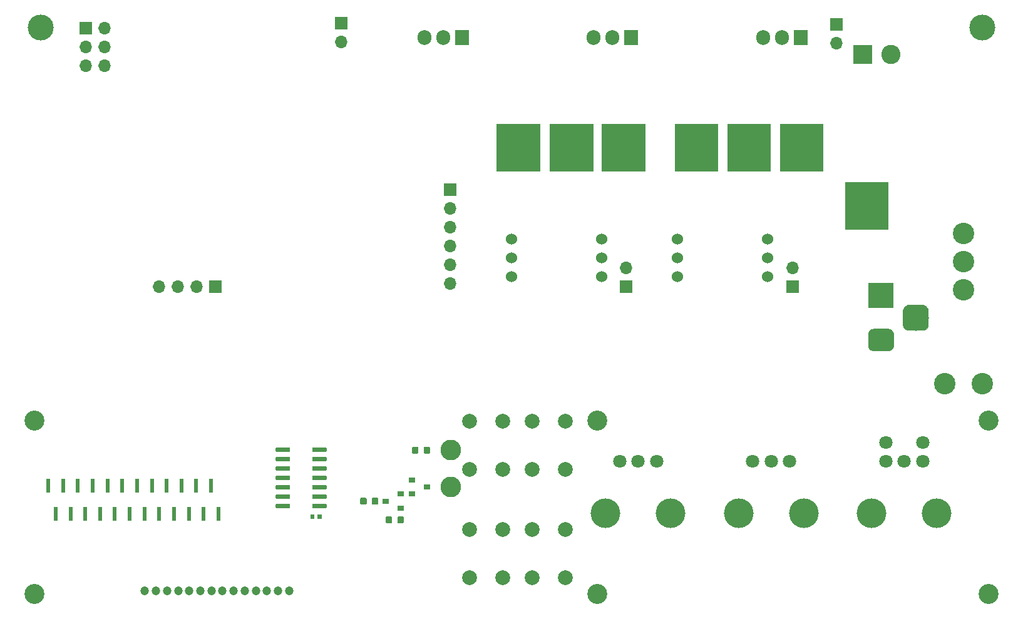
<source format=gbs>
G04 #@! TF.GenerationSoftware,KiCad,Pcbnew,(5.1.2)-1*
G04 #@! TF.CreationDate,2019-05-25T00:00:56-05:00*
G04 #@! TF.ProjectId,mk312,6d6b3331-322e-46b6-9963-61645f706362,rev?*
G04 #@! TF.SameCoordinates,Original*
G04 #@! TF.FileFunction,Soldermask,Bot*
G04 #@! TF.FilePolarity,Negative*
%FSLAX46Y46*%
G04 Gerber Fmt 4.6, Leading zero omitted, Abs format (unit mm)*
G04 Created by KiCad (PCBNEW (5.1.2)-1) date 2019-05-25 00:00:56*
%MOMM*%
%LPD*%
G04 APERTURE LIST*
%ADD10C,0.050000*%
%ADD11C,1.524000*%
%ADD12C,3.500000*%
%ADD13C,2.700000*%
%ADD14C,1.800000*%
%ADD15C,4.000000*%
%ADD16C,2.800000*%
%ADD17C,1.200000*%
%ADD18C,2.000000*%
%ADD19C,0.100000*%
%ADD20C,3.000000*%
%ADD21R,3.500000X3.500000*%
%ADD22O,1.905000X2.000000*%
%ADD23R,1.905000X2.000000*%
%ADD24C,2.900000*%
%ADD25R,0.600000X1.850000*%
%ADD26C,0.590000*%
%ADD27O,1.700000X1.700000*%
%ADD28R,1.700000X1.700000*%
%ADD29C,2.600000*%
%ADD30R,2.600000X2.600000*%
%ADD31C,0.600000*%
%ADD32R,0.900000X0.800000*%
%ADD33C,0.875000*%
G04 APERTURE END LIST*
D10*
G36*
X194032000Y-53612000D02*
G01*
X188232000Y-53612000D01*
X188232000Y-47212000D01*
X194032000Y-47212000D01*
X194032000Y-53612000D01*
G37*
X194032000Y-53612000D02*
X188232000Y-53612000D01*
X188232000Y-47212000D01*
X194032000Y-47212000D01*
X194032000Y-53612000D01*
G36*
X185214000Y-45750000D02*
G01*
X179414000Y-45750000D01*
X179414000Y-39350000D01*
X185214000Y-39350000D01*
X185214000Y-45750000D01*
G37*
X185214000Y-45750000D02*
X179414000Y-45750000D01*
X179414000Y-39350000D01*
X185214000Y-39350000D01*
X185214000Y-45750000D01*
G36*
X178100000Y-45750000D02*
G01*
X172300000Y-45750000D01*
X172300000Y-39350000D01*
X178100000Y-39350000D01*
X178100000Y-45750000D01*
G37*
X178100000Y-45750000D02*
X172300000Y-45750000D01*
X172300000Y-39350000D01*
X178100000Y-39350000D01*
X178100000Y-45750000D01*
G36*
X170990000Y-45750000D02*
G01*
X165190000Y-45750000D01*
X165190000Y-39350000D01*
X170990000Y-39350000D01*
X170990000Y-45750000D01*
G37*
X170990000Y-45750000D02*
X165190000Y-45750000D01*
X165190000Y-39350000D01*
X170990000Y-39350000D01*
X170990000Y-45750000D01*
G36*
X161148000Y-45750000D02*
G01*
X155348000Y-45750000D01*
X155348000Y-39350000D01*
X161148000Y-39350000D01*
X161148000Y-45750000D01*
G37*
X161148000Y-45750000D02*
X155348000Y-45750000D01*
X155348000Y-39350000D01*
X161148000Y-39350000D01*
X161148000Y-45750000D01*
G36*
X154100000Y-45750000D02*
G01*
X148300000Y-45750000D01*
X148300000Y-39350000D01*
X154100000Y-39350000D01*
X154100000Y-45750000D01*
G37*
X154100000Y-45750000D02*
X148300000Y-45750000D01*
X148300000Y-39350000D01*
X154100000Y-39350000D01*
X154100000Y-45750000D01*
G36*
X146924000Y-45750000D02*
G01*
X141124000Y-45750000D01*
X141124000Y-39350000D01*
X146924000Y-39350000D01*
X146924000Y-45750000D01*
G37*
X146924000Y-45750000D02*
X141124000Y-45750000D01*
X141124000Y-39350000D01*
X146924000Y-39350000D01*
X146924000Y-45750000D01*
D11*
X143104000Y-60040000D03*
X143104000Y-57500000D03*
X143104000Y-54960000D03*
X155296000Y-54960000D03*
X155296000Y-57500000D03*
X155296000Y-60040000D03*
D12*
X206770000Y-26330000D03*
X79430000Y-26330000D03*
D13*
X207650000Y-79500000D03*
X207650000Y-103000000D03*
X154750000Y-103000000D03*
X78600000Y-103000000D03*
X154750000Y-79500000D03*
X78600000Y-79500000D03*
D14*
X193750000Y-82500000D03*
X198750000Y-82500000D03*
X198750000Y-85000000D03*
X196250000Y-85000000D03*
X193750000Y-85000000D03*
D15*
X200650000Y-92000000D03*
X191850000Y-92000000D03*
X173850000Y-92000000D03*
X182650000Y-92000000D03*
D14*
X175750000Y-85000000D03*
X178250000Y-85000000D03*
X180750000Y-85000000D03*
D15*
X155850000Y-92000000D03*
X164650000Y-92000000D03*
D14*
X157750000Y-85000000D03*
X160250000Y-85000000D03*
X162750000Y-85000000D03*
D16*
X134950000Y-88500000D03*
X134950000Y-83500000D03*
D17*
X93550000Y-102550000D03*
X95050000Y-102550000D03*
X96550000Y-102550000D03*
X98050000Y-102550000D03*
X99550000Y-102550000D03*
X101050000Y-102550000D03*
X102550000Y-102550000D03*
X104050000Y-102550000D03*
X105550000Y-102550000D03*
X107050000Y-102550000D03*
X108550000Y-102550000D03*
X110050000Y-102550000D03*
X111550000Y-102550000D03*
X113050000Y-102550000D03*
D18*
X137450000Y-79600000D03*
X137450000Y-86100000D03*
X141950000Y-79600000D03*
X141950000Y-86100000D03*
X150450000Y-86100000D03*
X150450000Y-79600000D03*
X145950000Y-86100000D03*
X145950000Y-79600000D03*
X137450000Y-94250000D03*
X137450000Y-100750000D03*
X141950000Y-94250000D03*
X141950000Y-100750000D03*
X150450000Y-100750000D03*
X150450000Y-94250000D03*
X145950000Y-100750000D03*
X145950000Y-94250000D03*
D19*
G36*
X198760765Y-63850213D02*
G01*
X198845704Y-63862813D01*
X198928999Y-63883677D01*
X199009848Y-63912605D01*
X199087472Y-63949319D01*
X199161124Y-63993464D01*
X199230094Y-64044616D01*
X199293718Y-64102282D01*
X199351384Y-64165906D01*
X199402536Y-64234876D01*
X199446681Y-64308528D01*
X199483395Y-64386152D01*
X199512323Y-64467001D01*
X199533187Y-64550296D01*
X199545787Y-64635235D01*
X199550000Y-64721000D01*
X199550000Y-66471000D01*
X199545787Y-66556765D01*
X199533187Y-66641704D01*
X199512323Y-66724999D01*
X199483395Y-66805848D01*
X199446681Y-66883472D01*
X199402536Y-66957124D01*
X199351384Y-67026094D01*
X199293718Y-67089718D01*
X199230094Y-67147384D01*
X199161124Y-67198536D01*
X199087472Y-67242681D01*
X199009848Y-67279395D01*
X198928999Y-67308323D01*
X198845704Y-67329187D01*
X198760765Y-67341787D01*
X198675000Y-67346000D01*
X196925000Y-67346000D01*
X196839235Y-67341787D01*
X196754296Y-67329187D01*
X196671001Y-67308323D01*
X196590152Y-67279395D01*
X196512528Y-67242681D01*
X196438876Y-67198536D01*
X196369906Y-67147384D01*
X196306282Y-67089718D01*
X196248616Y-67026094D01*
X196197464Y-66957124D01*
X196153319Y-66883472D01*
X196116605Y-66805848D01*
X196087677Y-66724999D01*
X196066813Y-66641704D01*
X196054213Y-66556765D01*
X196050000Y-66471000D01*
X196050000Y-64721000D01*
X196054213Y-64635235D01*
X196066813Y-64550296D01*
X196087677Y-64467001D01*
X196116605Y-64386152D01*
X196153319Y-64308528D01*
X196197464Y-64234876D01*
X196248616Y-64165906D01*
X196306282Y-64102282D01*
X196369906Y-64044616D01*
X196438876Y-63993464D01*
X196512528Y-63949319D01*
X196590152Y-63912605D01*
X196671001Y-63883677D01*
X196754296Y-63862813D01*
X196839235Y-63850213D01*
X196925000Y-63846000D01*
X198675000Y-63846000D01*
X198760765Y-63850213D01*
X198760765Y-63850213D01*
G37*
D12*
X197800000Y-65596000D03*
D19*
G36*
X194173513Y-67099611D02*
G01*
X194246318Y-67110411D01*
X194317714Y-67128295D01*
X194387013Y-67153090D01*
X194453548Y-67184559D01*
X194516678Y-67222398D01*
X194575795Y-67266242D01*
X194630330Y-67315670D01*
X194679758Y-67370205D01*
X194723602Y-67429322D01*
X194761441Y-67492452D01*
X194792910Y-67558987D01*
X194817705Y-67628286D01*
X194835589Y-67699682D01*
X194846389Y-67772487D01*
X194850000Y-67846000D01*
X194850000Y-69346000D01*
X194846389Y-69419513D01*
X194835589Y-69492318D01*
X194817705Y-69563714D01*
X194792910Y-69633013D01*
X194761441Y-69699548D01*
X194723602Y-69762678D01*
X194679758Y-69821795D01*
X194630330Y-69876330D01*
X194575795Y-69925758D01*
X194516678Y-69969602D01*
X194453548Y-70007441D01*
X194387013Y-70038910D01*
X194317714Y-70063705D01*
X194246318Y-70081589D01*
X194173513Y-70092389D01*
X194100000Y-70096000D01*
X192100000Y-70096000D01*
X192026487Y-70092389D01*
X191953682Y-70081589D01*
X191882286Y-70063705D01*
X191812987Y-70038910D01*
X191746452Y-70007441D01*
X191683322Y-69969602D01*
X191624205Y-69925758D01*
X191569670Y-69876330D01*
X191520242Y-69821795D01*
X191476398Y-69762678D01*
X191438559Y-69699548D01*
X191407090Y-69633013D01*
X191382295Y-69563714D01*
X191364411Y-69492318D01*
X191353611Y-69419513D01*
X191350000Y-69346000D01*
X191350000Y-67846000D01*
X191353611Y-67772487D01*
X191364411Y-67699682D01*
X191382295Y-67628286D01*
X191407090Y-67558987D01*
X191438559Y-67492452D01*
X191476398Y-67429322D01*
X191520242Y-67370205D01*
X191569670Y-67315670D01*
X191624205Y-67266242D01*
X191683322Y-67222398D01*
X191746452Y-67184559D01*
X191812987Y-67153090D01*
X191882286Y-67128295D01*
X191953682Y-67110411D01*
X192026487Y-67099611D01*
X192100000Y-67096000D01*
X194100000Y-67096000D01*
X194173513Y-67099611D01*
X194173513Y-67099611D01*
G37*
D20*
X193100000Y-68596000D03*
D21*
X193100000Y-62596000D03*
D22*
X177136200Y-27671000D03*
X179676200Y-27671000D03*
D23*
X182216200Y-27671000D03*
D22*
X154200000Y-27671000D03*
X156740000Y-27671000D03*
D23*
X159280000Y-27671000D03*
D22*
X131340000Y-27671000D03*
X133880000Y-27671000D03*
D23*
X136420000Y-27671000D03*
D24*
X206790000Y-74534000D03*
X201710000Y-74534000D03*
X204250000Y-54214000D03*
X204250000Y-58024000D03*
X204250000Y-61834000D03*
D25*
X80490000Y-88300000D03*
X81490000Y-92150000D03*
X82490000Y-88300000D03*
X83490000Y-92150000D03*
X84490000Y-88300000D03*
X85490000Y-92150000D03*
X86490000Y-88300000D03*
X87490000Y-92150000D03*
X88490000Y-88300000D03*
X89490000Y-92150000D03*
X90490000Y-88300000D03*
X91490000Y-92150000D03*
X92490000Y-88300000D03*
X93490000Y-92150000D03*
X94490000Y-88300000D03*
X95490000Y-92150000D03*
X96490000Y-88300000D03*
X97490000Y-92150000D03*
X98490000Y-88300000D03*
X99490000Y-92150000D03*
X100490000Y-88300000D03*
X101490000Y-92150000D03*
X102490000Y-88300000D03*
X103490000Y-92150000D03*
D19*
G36*
X116366958Y-92180710D02*
G01*
X116381276Y-92182834D01*
X116395317Y-92186351D01*
X116408946Y-92191228D01*
X116422031Y-92197417D01*
X116434447Y-92204858D01*
X116446073Y-92213481D01*
X116456798Y-92223202D01*
X116466519Y-92233927D01*
X116475142Y-92245553D01*
X116482583Y-92257969D01*
X116488772Y-92271054D01*
X116493649Y-92284683D01*
X116497166Y-92298724D01*
X116499290Y-92313042D01*
X116500000Y-92327500D01*
X116500000Y-92672500D01*
X116499290Y-92686958D01*
X116497166Y-92701276D01*
X116493649Y-92715317D01*
X116488772Y-92728946D01*
X116482583Y-92742031D01*
X116475142Y-92754447D01*
X116466519Y-92766073D01*
X116456798Y-92776798D01*
X116446073Y-92786519D01*
X116434447Y-92795142D01*
X116422031Y-92802583D01*
X116408946Y-92808772D01*
X116395317Y-92813649D01*
X116381276Y-92817166D01*
X116366958Y-92819290D01*
X116352500Y-92820000D01*
X116057500Y-92820000D01*
X116043042Y-92819290D01*
X116028724Y-92817166D01*
X116014683Y-92813649D01*
X116001054Y-92808772D01*
X115987969Y-92802583D01*
X115975553Y-92795142D01*
X115963927Y-92786519D01*
X115953202Y-92776798D01*
X115943481Y-92766073D01*
X115934858Y-92754447D01*
X115927417Y-92742031D01*
X115921228Y-92728946D01*
X115916351Y-92715317D01*
X115912834Y-92701276D01*
X115910710Y-92686958D01*
X115910000Y-92672500D01*
X115910000Y-92327500D01*
X115910710Y-92313042D01*
X115912834Y-92298724D01*
X115916351Y-92284683D01*
X115921228Y-92271054D01*
X115927417Y-92257969D01*
X115934858Y-92245553D01*
X115943481Y-92233927D01*
X115953202Y-92223202D01*
X115963927Y-92213481D01*
X115975553Y-92204858D01*
X115987969Y-92197417D01*
X116001054Y-92191228D01*
X116014683Y-92186351D01*
X116028724Y-92182834D01*
X116043042Y-92180710D01*
X116057500Y-92180000D01*
X116352500Y-92180000D01*
X116366958Y-92180710D01*
X116366958Y-92180710D01*
G37*
D26*
X116205000Y-92500000D03*
D19*
G36*
X117336958Y-92180710D02*
G01*
X117351276Y-92182834D01*
X117365317Y-92186351D01*
X117378946Y-92191228D01*
X117392031Y-92197417D01*
X117404447Y-92204858D01*
X117416073Y-92213481D01*
X117426798Y-92223202D01*
X117436519Y-92233927D01*
X117445142Y-92245553D01*
X117452583Y-92257969D01*
X117458772Y-92271054D01*
X117463649Y-92284683D01*
X117467166Y-92298724D01*
X117469290Y-92313042D01*
X117470000Y-92327500D01*
X117470000Y-92672500D01*
X117469290Y-92686958D01*
X117467166Y-92701276D01*
X117463649Y-92715317D01*
X117458772Y-92728946D01*
X117452583Y-92742031D01*
X117445142Y-92754447D01*
X117436519Y-92766073D01*
X117426798Y-92776798D01*
X117416073Y-92786519D01*
X117404447Y-92795142D01*
X117392031Y-92802583D01*
X117378946Y-92808772D01*
X117365317Y-92813649D01*
X117351276Y-92817166D01*
X117336958Y-92819290D01*
X117322500Y-92820000D01*
X117027500Y-92820000D01*
X117013042Y-92819290D01*
X116998724Y-92817166D01*
X116984683Y-92813649D01*
X116971054Y-92808772D01*
X116957969Y-92802583D01*
X116945553Y-92795142D01*
X116933927Y-92786519D01*
X116923202Y-92776798D01*
X116913481Y-92766073D01*
X116904858Y-92754447D01*
X116897417Y-92742031D01*
X116891228Y-92728946D01*
X116886351Y-92715317D01*
X116882834Y-92701276D01*
X116880710Y-92686958D01*
X116880000Y-92672500D01*
X116880000Y-92327500D01*
X116880710Y-92313042D01*
X116882834Y-92298724D01*
X116886351Y-92284683D01*
X116891228Y-92271054D01*
X116897417Y-92257969D01*
X116904858Y-92245553D01*
X116913481Y-92233927D01*
X116923202Y-92223202D01*
X116933927Y-92213481D01*
X116945553Y-92204858D01*
X116957969Y-92197417D01*
X116971054Y-92191228D01*
X116984683Y-92186351D01*
X116998724Y-92182834D01*
X117013042Y-92180710D01*
X117027500Y-92180000D01*
X117322500Y-92180000D01*
X117336958Y-92180710D01*
X117336958Y-92180710D01*
G37*
D26*
X117175000Y-92500000D03*
D27*
X158640000Y-58810000D03*
D28*
X158640000Y-61350000D03*
D27*
X181140000Y-58810000D03*
D28*
X181140000Y-61350000D03*
D27*
X187100000Y-28420000D03*
D28*
X187100000Y-25880000D03*
D27*
X120138600Y-28306000D03*
D28*
X120138600Y-25766000D03*
D27*
X95440000Y-61420000D03*
X97980000Y-61420000D03*
X100520000Y-61420000D03*
D28*
X103060000Y-61420000D03*
D27*
X134840000Y-60970000D03*
X134840000Y-58430000D03*
X134840000Y-55890000D03*
X134840000Y-53350000D03*
X134840000Y-50810000D03*
D28*
X134840000Y-48270000D03*
D27*
X88130000Y-31530000D03*
X85590000Y-31530000D03*
X88130000Y-28990000D03*
X85590000Y-28990000D03*
X88130000Y-26450000D03*
D28*
X85590000Y-26450000D03*
D29*
X194400000Y-29940000D03*
D30*
X190590000Y-29940000D03*
D19*
G36*
X118004703Y-90760722D02*
G01*
X118019264Y-90762882D01*
X118033543Y-90766459D01*
X118047403Y-90771418D01*
X118060710Y-90777712D01*
X118073336Y-90785280D01*
X118085159Y-90794048D01*
X118096066Y-90803934D01*
X118105952Y-90814841D01*
X118114720Y-90826664D01*
X118122288Y-90839290D01*
X118128582Y-90852597D01*
X118133541Y-90866457D01*
X118137118Y-90880736D01*
X118139278Y-90895297D01*
X118140000Y-90910000D01*
X118140000Y-91210000D01*
X118139278Y-91224703D01*
X118137118Y-91239264D01*
X118133541Y-91253543D01*
X118128582Y-91267403D01*
X118122288Y-91280710D01*
X118114720Y-91293336D01*
X118105952Y-91305159D01*
X118096066Y-91316066D01*
X118085159Y-91325952D01*
X118073336Y-91334720D01*
X118060710Y-91342288D01*
X118047403Y-91348582D01*
X118033543Y-91353541D01*
X118019264Y-91357118D01*
X118004703Y-91359278D01*
X117990000Y-91360000D01*
X116340000Y-91360000D01*
X116325297Y-91359278D01*
X116310736Y-91357118D01*
X116296457Y-91353541D01*
X116282597Y-91348582D01*
X116269290Y-91342288D01*
X116256664Y-91334720D01*
X116244841Y-91325952D01*
X116233934Y-91316066D01*
X116224048Y-91305159D01*
X116215280Y-91293336D01*
X116207712Y-91280710D01*
X116201418Y-91267403D01*
X116196459Y-91253543D01*
X116192882Y-91239264D01*
X116190722Y-91224703D01*
X116190000Y-91210000D01*
X116190000Y-90910000D01*
X116190722Y-90895297D01*
X116192882Y-90880736D01*
X116196459Y-90866457D01*
X116201418Y-90852597D01*
X116207712Y-90839290D01*
X116215280Y-90826664D01*
X116224048Y-90814841D01*
X116233934Y-90803934D01*
X116244841Y-90794048D01*
X116256664Y-90785280D01*
X116269290Y-90777712D01*
X116282597Y-90771418D01*
X116296457Y-90766459D01*
X116310736Y-90762882D01*
X116325297Y-90760722D01*
X116340000Y-90760000D01*
X117990000Y-90760000D01*
X118004703Y-90760722D01*
X118004703Y-90760722D01*
G37*
D31*
X117165000Y-91060000D03*
D19*
G36*
X118004703Y-89490722D02*
G01*
X118019264Y-89492882D01*
X118033543Y-89496459D01*
X118047403Y-89501418D01*
X118060710Y-89507712D01*
X118073336Y-89515280D01*
X118085159Y-89524048D01*
X118096066Y-89533934D01*
X118105952Y-89544841D01*
X118114720Y-89556664D01*
X118122288Y-89569290D01*
X118128582Y-89582597D01*
X118133541Y-89596457D01*
X118137118Y-89610736D01*
X118139278Y-89625297D01*
X118140000Y-89640000D01*
X118140000Y-89940000D01*
X118139278Y-89954703D01*
X118137118Y-89969264D01*
X118133541Y-89983543D01*
X118128582Y-89997403D01*
X118122288Y-90010710D01*
X118114720Y-90023336D01*
X118105952Y-90035159D01*
X118096066Y-90046066D01*
X118085159Y-90055952D01*
X118073336Y-90064720D01*
X118060710Y-90072288D01*
X118047403Y-90078582D01*
X118033543Y-90083541D01*
X118019264Y-90087118D01*
X118004703Y-90089278D01*
X117990000Y-90090000D01*
X116340000Y-90090000D01*
X116325297Y-90089278D01*
X116310736Y-90087118D01*
X116296457Y-90083541D01*
X116282597Y-90078582D01*
X116269290Y-90072288D01*
X116256664Y-90064720D01*
X116244841Y-90055952D01*
X116233934Y-90046066D01*
X116224048Y-90035159D01*
X116215280Y-90023336D01*
X116207712Y-90010710D01*
X116201418Y-89997403D01*
X116196459Y-89983543D01*
X116192882Y-89969264D01*
X116190722Y-89954703D01*
X116190000Y-89940000D01*
X116190000Y-89640000D01*
X116190722Y-89625297D01*
X116192882Y-89610736D01*
X116196459Y-89596457D01*
X116201418Y-89582597D01*
X116207712Y-89569290D01*
X116215280Y-89556664D01*
X116224048Y-89544841D01*
X116233934Y-89533934D01*
X116244841Y-89524048D01*
X116256664Y-89515280D01*
X116269290Y-89507712D01*
X116282597Y-89501418D01*
X116296457Y-89496459D01*
X116310736Y-89492882D01*
X116325297Y-89490722D01*
X116340000Y-89490000D01*
X117990000Y-89490000D01*
X118004703Y-89490722D01*
X118004703Y-89490722D01*
G37*
D31*
X117165000Y-89790000D03*
D19*
G36*
X118004703Y-88220722D02*
G01*
X118019264Y-88222882D01*
X118033543Y-88226459D01*
X118047403Y-88231418D01*
X118060710Y-88237712D01*
X118073336Y-88245280D01*
X118085159Y-88254048D01*
X118096066Y-88263934D01*
X118105952Y-88274841D01*
X118114720Y-88286664D01*
X118122288Y-88299290D01*
X118128582Y-88312597D01*
X118133541Y-88326457D01*
X118137118Y-88340736D01*
X118139278Y-88355297D01*
X118140000Y-88370000D01*
X118140000Y-88670000D01*
X118139278Y-88684703D01*
X118137118Y-88699264D01*
X118133541Y-88713543D01*
X118128582Y-88727403D01*
X118122288Y-88740710D01*
X118114720Y-88753336D01*
X118105952Y-88765159D01*
X118096066Y-88776066D01*
X118085159Y-88785952D01*
X118073336Y-88794720D01*
X118060710Y-88802288D01*
X118047403Y-88808582D01*
X118033543Y-88813541D01*
X118019264Y-88817118D01*
X118004703Y-88819278D01*
X117990000Y-88820000D01*
X116340000Y-88820000D01*
X116325297Y-88819278D01*
X116310736Y-88817118D01*
X116296457Y-88813541D01*
X116282597Y-88808582D01*
X116269290Y-88802288D01*
X116256664Y-88794720D01*
X116244841Y-88785952D01*
X116233934Y-88776066D01*
X116224048Y-88765159D01*
X116215280Y-88753336D01*
X116207712Y-88740710D01*
X116201418Y-88727403D01*
X116196459Y-88713543D01*
X116192882Y-88699264D01*
X116190722Y-88684703D01*
X116190000Y-88670000D01*
X116190000Y-88370000D01*
X116190722Y-88355297D01*
X116192882Y-88340736D01*
X116196459Y-88326457D01*
X116201418Y-88312597D01*
X116207712Y-88299290D01*
X116215280Y-88286664D01*
X116224048Y-88274841D01*
X116233934Y-88263934D01*
X116244841Y-88254048D01*
X116256664Y-88245280D01*
X116269290Y-88237712D01*
X116282597Y-88231418D01*
X116296457Y-88226459D01*
X116310736Y-88222882D01*
X116325297Y-88220722D01*
X116340000Y-88220000D01*
X117990000Y-88220000D01*
X118004703Y-88220722D01*
X118004703Y-88220722D01*
G37*
D31*
X117165000Y-88520000D03*
D19*
G36*
X118004703Y-86950722D02*
G01*
X118019264Y-86952882D01*
X118033543Y-86956459D01*
X118047403Y-86961418D01*
X118060710Y-86967712D01*
X118073336Y-86975280D01*
X118085159Y-86984048D01*
X118096066Y-86993934D01*
X118105952Y-87004841D01*
X118114720Y-87016664D01*
X118122288Y-87029290D01*
X118128582Y-87042597D01*
X118133541Y-87056457D01*
X118137118Y-87070736D01*
X118139278Y-87085297D01*
X118140000Y-87100000D01*
X118140000Y-87400000D01*
X118139278Y-87414703D01*
X118137118Y-87429264D01*
X118133541Y-87443543D01*
X118128582Y-87457403D01*
X118122288Y-87470710D01*
X118114720Y-87483336D01*
X118105952Y-87495159D01*
X118096066Y-87506066D01*
X118085159Y-87515952D01*
X118073336Y-87524720D01*
X118060710Y-87532288D01*
X118047403Y-87538582D01*
X118033543Y-87543541D01*
X118019264Y-87547118D01*
X118004703Y-87549278D01*
X117990000Y-87550000D01*
X116340000Y-87550000D01*
X116325297Y-87549278D01*
X116310736Y-87547118D01*
X116296457Y-87543541D01*
X116282597Y-87538582D01*
X116269290Y-87532288D01*
X116256664Y-87524720D01*
X116244841Y-87515952D01*
X116233934Y-87506066D01*
X116224048Y-87495159D01*
X116215280Y-87483336D01*
X116207712Y-87470710D01*
X116201418Y-87457403D01*
X116196459Y-87443543D01*
X116192882Y-87429264D01*
X116190722Y-87414703D01*
X116190000Y-87400000D01*
X116190000Y-87100000D01*
X116190722Y-87085297D01*
X116192882Y-87070736D01*
X116196459Y-87056457D01*
X116201418Y-87042597D01*
X116207712Y-87029290D01*
X116215280Y-87016664D01*
X116224048Y-87004841D01*
X116233934Y-86993934D01*
X116244841Y-86984048D01*
X116256664Y-86975280D01*
X116269290Y-86967712D01*
X116282597Y-86961418D01*
X116296457Y-86956459D01*
X116310736Y-86952882D01*
X116325297Y-86950722D01*
X116340000Y-86950000D01*
X117990000Y-86950000D01*
X118004703Y-86950722D01*
X118004703Y-86950722D01*
G37*
D31*
X117165000Y-87250000D03*
D19*
G36*
X118004703Y-85680722D02*
G01*
X118019264Y-85682882D01*
X118033543Y-85686459D01*
X118047403Y-85691418D01*
X118060710Y-85697712D01*
X118073336Y-85705280D01*
X118085159Y-85714048D01*
X118096066Y-85723934D01*
X118105952Y-85734841D01*
X118114720Y-85746664D01*
X118122288Y-85759290D01*
X118128582Y-85772597D01*
X118133541Y-85786457D01*
X118137118Y-85800736D01*
X118139278Y-85815297D01*
X118140000Y-85830000D01*
X118140000Y-86130000D01*
X118139278Y-86144703D01*
X118137118Y-86159264D01*
X118133541Y-86173543D01*
X118128582Y-86187403D01*
X118122288Y-86200710D01*
X118114720Y-86213336D01*
X118105952Y-86225159D01*
X118096066Y-86236066D01*
X118085159Y-86245952D01*
X118073336Y-86254720D01*
X118060710Y-86262288D01*
X118047403Y-86268582D01*
X118033543Y-86273541D01*
X118019264Y-86277118D01*
X118004703Y-86279278D01*
X117990000Y-86280000D01*
X116340000Y-86280000D01*
X116325297Y-86279278D01*
X116310736Y-86277118D01*
X116296457Y-86273541D01*
X116282597Y-86268582D01*
X116269290Y-86262288D01*
X116256664Y-86254720D01*
X116244841Y-86245952D01*
X116233934Y-86236066D01*
X116224048Y-86225159D01*
X116215280Y-86213336D01*
X116207712Y-86200710D01*
X116201418Y-86187403D01*
X116196459Y-86173543D01*
X116192882Y-86159264D01*
X116190722Y-86144703D01*
X116190000Y-86130000D01*
X116190000Y-85830000D01*
X116190722Y-85815297D01*
X116192882Y-85800736D01*
X116196459Y-85786457D01*
X116201418Y-85772597D01*
X116207712Y-85759290D01*
X116215280Y-85746664D01*
X116224048Y-85734841D01*
X116233934Y-85723934D01*
X116244841Y-85714048D01*
X116256664Y-85705280D01*
X116269290Y-85697712D01*
X116282597Y-85691418D01*
X116296457Y-85686459D01*
X116310736Y-85682882D01*
X116325297Y-85680722D01*
X116340000Y-85680000D01*
X117990000Y-85680000D01*
X118004703Y-85680722D01*
X118004703Y-85680722D01*
G37*
D31*
X117165000Y-85980000D03*
D19*
G36*
X118004703Y-84410722D02*
G01*
X118019264Y-84412882D01*
X118033543Y-84416459D01*
X118047403Y-84421418D01*
X118060710Y-84427712D01*
X118073336Y-84435280D01*
X118085159Y-84444048D01*
X118096066Y-84453934D01*
X118105952Y-84464841D01*
X118114720Y-84476664D01*
X118122288Y-84489290D01*
X118128582Y-84502597D01*
X118133541Y-84516457D01*
X118137118Y-84530736D01*
X118139278Y-84545297D01*
X118140000Y-84560000D01*
X118140000Y-84860000D01*
X118139278Y-84874703D01*
X118137118Y-84889264D01*
X118133541Y-84903543D01*
X118128582Y-84917403D01*
X118122288Y-84930710D01*
X118114720Y-84943336D01*
X118105952Y-84955159D01*
X118096066Y-84966066D01*
X118085159Y-84975952D01*
X118073336Y-84984720D01*
X118060710Y-84992288D01*
X118047403Y-84998582D01*
X118033543Y-85003541D01*
X118019264Y-85007118D01*
X118004703Y-85009278D01*
X117990000Y-85010000D01*
X116340000Y-85010000D01*
X116325297Y-85009278D01*
X116310736Y-85007118D01*
X116296457Y-85003541D01*
X116282597Y-84998582D01*
X116269290Y-84992288D01*
X116256664Y-84984720D01*
X116244841Y-84975952D01*
X116233934Y-84966066D01*
X116224048Y-84955159D01*
X116215280Y-84943336D01*
X116207712Y-84930710D01*
X116201418Y-84917403D01*
X116196459Y-84903543D01*
X116192882Y-84889264D01*
X116190722Y-84874703D01*
X116190000Y-84860000D01*
X116190000Y-84560000D01*
X116190722Y-84545297D01*
X116192882Y-84530736D01*
X116196459Y-84516457D01*
X116201418Y-84502597D01*
X116207712Y-84489290D01*
X116215280Y-84476664D01*
X116224048Y-84464841D01*
X116233934Y-84453934D01*
X116244841Y-84444048D01*
X116256664Y-84435280D01*
X116269290Y-84427712D01*
X116282597Y-84421418D01*
X116296457Y-84416459D01*
X116310736Y-84412882D01*
X116325297Y-84410722D01*
X116340000Y-84410000D01*
X117990000Y-84410000D01*
X118004703Y-84410722D01*
X118004703Y-84410722D01*
G37*
D31*
X117165000Y-84710000D03*
D19*
G36*
X118004703Y-83140722D02*
G01*
X118019264Y-83142882D01*
X118033543Y-83146459D01*
X118047403Y-83151418D01*
X118060710Y-83157712D01*
X118073336Y-83165280D01*
X118085159Y-83174048D01*
X118096066Y-83183934D01*
X118105952Y-83194841D01*
X118114720Y-83206664D01*
X118122288Y-83219290D01*
X118128582Y-83232597D01*
X118133541Y-83246457D01*
X118137118Y-83260736D01*
X118139278Y-83275297D01*
X118140000Y-83290000D01*
X118140000Y-83590000D01*
X118139278Y-83604703D01*
X118137118Y-83619264D01*
X118133541Y-83633543D01*
X118128582Y-83647403D01*
X118122288Y-83660710D01*
X118114720Y-83673336D01*
X118105952Y-83685159D01*
X118096066Y-83696066D01*
X118085159Y-83705952D01*
X118073336Y-83714720D01*
X118060710Y-83722288D01*
X118047403Y-83728582D01*
X118033543Y-83733541D01*
X118019264Y-83737118D01*
X118004703Y-83739278D01*
X117990000Y-83740000D01*
X116340000Y-83740000D01*
X116325297Y-83739278D01*
X116310736Y-83737118D01*
X116296457Y-83733541D01*
X116282597Y-83728582D01*
X116269290Y-83722288D01*
X116256664Y-83714720D01*
X116244841Y-83705952D01*
X116233934Y-83696066D01*
X116224048Y-83685159D01*
X116215280Y-83673336D01*
X116207712Y-83660710D01*
X116201418Y-83647403D01*
X116196459Y-83633543D01*
X116192882Y-83619264D01*
X116190722Y-83604703D01*
X116190000Y-83590000D01*
X116190000Y-83290000D01*
X116190722Y-83275297D01*
X116192882Y-83260736D01*
X116196459Y-83246457D01*
X116201418Y-83232597D01*
X116207712Y-83219290D01*
X116215280Y-83206664D01*
X116224048Y-83194841D01*
X116233934Y-83183934D01*
X116244841Y-83174048D01*
X116256664Y-83165280D01*
X116269290Y-83157712D01*
X116282597Y-83151418D01*
X116296457Y-83146459D01*
X116310736Y-83142882D01*
X116325297Y-83140722D01*
X116340000Y-83140000D01*
X117990000Y-83140000D01*
X118004703Y-83140722D01*
X118004703Y-83140722D01*
G37*
D31*
X117165000Y-83440000D03*
D19*
G36*
X113054703Y-83140722D02*
G01*
X113069264Y-83142882D01*
X113083543Y-83146459D01*
X113097403Y-83151418D01*
X113110710Y-83157712D01*
X113123336Y-83165280D01*
X113135159Y-83174048D01*
X113146066Y-83183934D01*
X113155952Y-83194841D01*
X113164720Y-83206664D01*
X113172288Y-83219290D01*
X113178582Y-83232597D01*
X113183541Y-83246457D01*
X113187118Y-83260736D01*
X113189278Y-83275297D01*
X113190000Y-83290000D01*
X113190000Y-83590000D01*
X113189278Y-83604703D01*
X113187118Y-83619264D01*
X113183541Y-83633543D01*
X113178582Y-83647403D01*
X113172288Y-83660710D01*
X113164720Y-83673336D01*
X113155952Y-83685159D01*
X113146066Y-83696066D01*
X113135159Y-83705952D01*
X113123336Y-83714720D01*
X113110710Y-83722288D01*
X113097403Y-83728582D01*
X113083543Y-83733541D01*
X113069264Y-83737118D01*
X113054703Y-83739278D01*
X113040000Y-83740000D01*
X111390000Y-83740000D01*
X111375297Y-83739278D01*
X111360736Y-83737118D01*
X111346457Y-83733541D01*
X111332597Y-83728582D01*
X111319290Y-83722288D01*
X111306664Y-83714720D01*
X111294841Y-83705952D01*
X111283934Y-83696066D01*
X111274048Y-83685159D01*
X111265280Y-83673336D01*
X111257712Y-83660710D01*
X111251418Y-83647403D01*
X111246459Y-83633543D01*
X111242882Y-83619264D01*
X111240722Y-83604703D01*
X111240000Y-83590000D01*
X111240000Y-83290000D01*
X111240722Y-83275297D01*
X111242882Y-83260736D01*
X111246459Y-83246457D01*
X111251418Y-83232597D01*
X111257712Y-83219290D01*
X111265280Y-83206664D01*
X111274048Y-83194841D01*
X111283934Y-83183934D01*
X111294841Y-83174048D01*
X111306664Y-83165280D01*
X111319290Y-83157712D01*
X111332597Y-83151418D01*
X111346457Y-83146459D01*
X111360736Y-83142882D01*
X111375297Y-83140722D01*
X111390000Y-83140000D01*
X113040000Y-83140000D01*
X113054703Y-83140722D01*
X113054703Y-83140722D01*
G37*
D31*
X112215000Y-83440000D03*
D19*
G36*
X113054703Y-84410722D02*
G01*
X113069264Y-84412882D01*
X113083543Y-84416459D01*
X113097403Y-84421418D01*
X113110710Y-84427712D01*
X113123336Y-84435280D01*
X113135159Y-84444048D01*
X113146066Y-84453934D01*
X113155952Y-84464841D01*
X113164720Y-84476664D01*
X113172288Y-84489290D01*
X113178582Y-84502597D01*
X113183541Y-84516457D01*
X113187118Y-84530736D01*
X113189278Y-84545297D01*
X113190000Y-84560000D01*
X113190000Y-84860000D01*
X113189278Y-84874703D01*
X113187118Y-84889264D01*
X113183541Y-84903543D01*
X113178582Y-84917403D01*
X113172288Y-84930710D01*
X113164720Y-84943336D01*
X113155952Y-84955159D01*
X113146066Y-84966066D01*
X113135159Y-84975952D01*
X113123336Y-84984720D01*
X113110710Y-84992288D01*
X113097403Y-84998582D01*
X113083543Y-85003541D01*
X113069264Y-85007118D01*
X113054703Y-85009278D01*
X113040000Y-85010000D01*
X111390000Y-85010000D01*
X111375297Y-85009278D01*
X111360736Y-85007118D01*
X111346457Y-85003541D01*
X111332597Y-84998582D01*
X111319290Y-84992288D01*
X111306664Y-84984720D01*
X111294841Y-84975952D01*
X111283934Y-84966066D01*
X111274048Y-84955159D01*
X111265280Y-84943336D01*
X111257712Y-84930710D01*
X111251418Y-84917403D01*
X111246459Y-84903543D01*
X111242882Y-84889264D01*
X111240722Y-84874703D01*
X111240000Y-84860000D01*
X111240000Y-84560000D01*
X111240722Y-84545297D01*
X111242882Y-84530736D01*
X111246459Y-84516457D01*
X111251418Y-84502597D01*
X111257712Y-84489290D01*
X111265280Y-84476664D01*
X111274048Y-84464841D01*
X111283934Y-84453934D01*
X111294841Y-84444048D01*
X111306664Y-84435280D01*
X111319290Y-84427712D01*
X111332597Y-84421418D01*
X111346457Y-84416459D01*
X111360736Y-84412882D01*
X111375297Y-84410722D01*
X111390000Y-84410000D01*
X113040000Y-84410000D01*
X113054703Y-84410722D01*
X113054703Y-84410722D01*
G37*
D31*
X112215000Y-84710000D03*
D19*
G36*
X113054703Y-85680722D02*
G01*
X113069264Y-85682882D01*
X113083543Y-85686459D01*
X113097403Y-85691418D01*
X113110710Y-85697712D01*
X113123336Y-85705280D01*
X113135159Y-85714048D01*
X113146066Y-85723934D01*
X113155952Y-85734841D01*
X113164720Y-85746664D01*
X113172288Y-85759290D01*
X113178582Y-85772597D01*
X113183541Y-85786457D01*
X113187118Y-85800736D01*
X113189278Y-85815297D01*
X113190000Y-85830000D01*
X113190000Y-86130000D01*
X113189278Y-86144703D01*
X113187118Y-86159264D01*
X113183541Y-86173543D01*
X113178582Y-86187403D01*
X113172288Y-86200710D01*
X113164720Y-86213336D01*
X113155952Y-86225159D01*
X113146066Y-86236066D01*
X113135159Y-86245952D01*
X113123336Y-86254720D01*
X113110710Y-86262288D01*
X113097403Y-86268582D01*
X113083543Y-86273541D01*
X113069264Y-86277118D01*
X113054703Y-86279278D01*
X113040000Y-86280000D01*
X111390000Y-86280000D01*
X111375297Y-86279278D01*
X111360736Y-86277118D01*
X111346457Y-86273541D01*
X111332597Y-86268582D01*
X111319290Y-86262288D01*
X111306664Y-86254720D01*
X111294841Y-86245952D01*
X111283934Y-86236066D01*
X111274048Y-86225159D01*
X111265280Y-86213336D01*
X111257712Y-86200710D01*
X111251418Y-86187403D01*
X111246459Y-86173543D01*
X111242882Y-86159264D01*
X111240722Y-86144703D01*
X111240000Y-86130000D01*
X111240000Y-85830000D01*
X111240722Y-85815297D01*
X111242882Y-85800736D01*
X111246459Y-85786457D01*
X111251418Y-85772597D01*
X111257712Y-85759290D01*
X111265280Y-85746664D01*
X111274048Y-85734841D01*
X111283934Y-85723934D01*
X111294841Y-85714048D01*
X111306664Y-85705280D01*
X111319290Y-85697712D01*
X111332597Y-85691418D01*
X111346457Y-85686459D01*
X111360736Y-85682882D01*
X111375297Y-85680722D01*
X111390000Y-85680000D01*
X113040000Y-85680000D01*
X113054703Y-85680722D01*
X113054703Y-85680722D01*
G37*
D31*
X112215000Y-85980000D03*
D19*
G36*
X113054703Y-86950722D02*
G01*
X113069264Y-86952882D01*
X113083543Y-86956459D01*
X113097403Y-86961418D01*
X113110710Y-86967712D01*
X113123336Y-86975280D01*
X113135159Y-86984048D01*
X113146066Y-86993934D01*
X113155952Y-87004841D01*
X113164720Y-87016664D01*
X113172288Y-87029290D01*
X113178582Y-87042597D01*
X113183541Y-87056457D01*
X113187118Y-87070736D01*
X113189278Y-87085297D01*
X113190000Y-87100000D01*
X113190000Y-87400000D01*
X113189278Y-87414703D01*
X113187118Y-87429264D01*
X113183541Y-87443543D01*
X113178582Y-87457403D01*
X113172288Y-87470710D01*
X113164720Y-87483336D01*
X113155952Y-87495159D01*
X113146066Y-87506066D01*
X113135159Y-87515952D01*
X113123336Y-87524720D01*
X113110710Y-87532288D01*
X113097403Y-87538582D01*
X113083543Y-87543541D01*
X113069264Y-87547118D01*
X113054703Y-87549278D01*
X113040000Y-87550000D01*
X111390000Y-87550000D01*
X111375297Y-87549278D01*
X111360736Y-87547118D01*
X111346457Y-87543541D01*
X111332597Y-87538582D01*
X111319290Y-87532288D01*
X111306664Y-87524720D01*
X111294841Y-87515952D01*
X111283934Y-87506066D01*
X111274048Y-87495159D01*
X111265280Y-87483336D01*
X111257712Y-87470710D01*
X111251418Y-87457403D01*
X111246459Y-87443543D01*
X111242882Y-87429264D01*
X111240722Y-87414703D01*
X111240000Y-87400000D01*
X111240000Y-87100000D01*
X111240722Y-87085297D01*
X111242882Y-87070736D01*
X111246459Y-87056457D01*
X111251418Y-87042597D01*
X111257712Y-87029290D01*
X111265280Y-87016664D01*
X111274048Y-87004841D01*
X111283934Y-86993934D01*
X111294841Y-86984048D01*
X111306664Y-86975280D01*
X111319290Y-86967712D01*
X111332597Y-86961418D01*
X111346457Y-86956459D01*
X111360736Y-86952882D01*
X111375297Y-86950722D01*
X111390000Y-86950000D01*
X113040000Y-86950000D01*
X113054703Y-86950722D01*
X113054703Y-86950722D01*
G37*
D31*
X112215000Y-87250000D03*
D19*
G36*
X113054703Y-88220722D02*
G01*
X113069264Y-88222882D01*
X113083543Y-88226459D01*
X113097403Y-88231418D01*
X113110710Y-88237712D01*
X113123336Y-88245280D01*
X113135159Y-88254048D01*
X113146066Y-88263934D01*
X113155952Y-88274841D01*
X113164720Y-88286664D01*
X113172288Y-88299290D01*
X113178582Y-88312597D01*
X113183541Y-88326457D01*
X113187118Y-88340736D01*
X113189278Y-88355297D01*
X113190000Y-88370000D01*
X113190000Y-88670000D01*
X113189278Y-88684703D01*
X113187118Y-88699264D01*
X113183541Y-88713543D01*
X113178582Y-88727403D01*
X113172288Y-88740710D01*
X113164720Y-88753336D01*
X113155952Y-88765159D01*
X113146066Y-88776066D01*
X113135159Y-88785952D01*
X113123336Y-88794720D01*
X113110710Y-88802288D01*
X113097403Y-88808582D01*
X113083543Y-88813541D01*
X113069264Y-88817118D01*
X113054703Y-88819278D01*
X113040000Y-88820000D01*
X111390000Y-88820000D01*
X111375297Y-88819278D01*
X111360736Y-88817118D01*
X111346457Y-88813541D01*
X111332597Y-88808582D01*
X111319290Y-88802288D01*
X111306664Y-88794720D01*
X111294841Y-88785952D01*
X111283934Y-88776066D01*
X111274048Y-88765159D01*
X111265280Y-88753336D01*
X111257712Y-88740710D01*
X111251418Y-88727403D01*
X111246459Y-88713543D01*
X111242882Y-88699264D01*
X111240722Y-88684703D01*
X111240000Y-88670000D01*
X111240000Y-88370000D01*
X111240722Y-88355297D01*
X111242882Y-88340736D01*
X111246459Y-88326457D01*
X111251418Y-88312597D01*
X111257712Y-88299290D01*
X111265280Y-88286664D01*
X111274048Y-88274841D01*
X111283934Y-88263934D01*
X111294841Y-88254048D01*
X111306664Y-88245280D01*
X111319290Y-88237712D01*
X111332597Y-88231418D01*
X111346457Y-88226459D01*
X111360736Y-88222882D01*
X111375297Y-88220722D01*
X111390000Y-88220000D01*
X113040000Y-88220000D01*
X113054703Y-88220722D01*
X113054703Y-88220722D01*
G37*
D31*
X112215000Y-88520000D03*
D19*
G36*
X113054703Y-89490722D02*
G01*
X113069264Y-89492882D01*
X113083543Y-89496459D01*
X113097403Y-89501418D01*
X113110710Y-89507712D01*
X113123336Y-89515280D01*
X113135159Y-89524048D01*
X113146066Y-89533934D01*
X113155952Y-89544841D01*
X113164720Y-89556664D01*
X113172288Y-89569290D01*
X113178582Y-89582597D01*
X113183541Y-89596457D01*
X113187118Y-89610736D01*
X113189278Y-89625297D01*
X113190000Y-89640000D01*
X113190000Y-89940000D01*
X113189278Y-89954703D01*
X113187118Y-89969264D01*
X113183541Y-89983543D01*
X113178582Y-89997403D01*
X113172288Y-90010710D01*
X113164720Y-90023336D01*
X113155952Y-90035159D01*
X113146066Y-90046066D01*
X113135159Y-90055952D01*
X113123336Y-90064720D01*
X113110710Y-90072288D01*
X113097403Y-90078582D01*
X113083543Y-90083541D01*
X113069264Y-90087118D01*
X113054703Y-90089278D01*
X113040000Y-90090000D01*
X111390000Y-90090000D01*
X111375297Y-90089278D01*
X111360736Y-90087118D01*
X111346457Y-90083541D01*
X111332597Y-90078582D01*
X111319290Y-90072288D01*
X111306664Y-90064720D01*
X111294841Y-90055952D01*
X111283934Y-90046066D01*
X111274048Y-90035159D01*
X111265280Y-90023336D01*
X111257712Y-90010710D01*
X111251418Y-89997403D01*
X111246459Y-89983543D01*
X111242882Y-89969264D01*
X111240722Y-89954703D01*
X111240000Y-89940000D01*
X111240000Y-89640000D01*
X111240722Y-89625297D01*
X111242882Y-89610736D01*
X111246459Y-89596457D01*
X111251418Y-89582597D01*
X111257712Y-89569290D01*
X111265280Y-89556664D01*
X111274048Y-89544841D01*
X111283934Y-89533934D01*
X111294841Y-89524048D01*
X111306664Y-89515280D01*
X111319290Y-89507712D01*
X111332597Y-89501418D01*
X111346457Y-89496459D01*
X111360736Y-89492882D01*
X111375297Y-89490722D01*
X111390000Y-89490000D01*
X113040000Y-89490000D01*
X113054703Y-89490722D01*
X113054703Y-89490722D01*
G37*
D31*
X112215000Y-89790000D03*
D19*
G36*
X113054703Y-90760722D02*
G01*
X113069264Y-90762882D01*
X113083543Y-90766459D01*
X113097403Y-90771418D01*
X113110710Y-90777712D01*
X113123336Y-90785280D01*
X113135159Y-90794048D01*
X113146066Y-90803934D01*
X113155952Y-90814841D01*
X113164720Y-90826664D01*
X113172288Y-90839290D01*
X113178582Y-90852597D01*
X113183541Y-90866457D01*
X113187118Y-90880736D01*
X113189278Y-90895297D01*
X113190000Y-90910000D01*
X113190000Y-91210000D01*
X113189278Y-91224703D01*
X113187118Y-91239264D01*
X113183541Y-91253543D01*
X113178582Y-91267403D01*
X113172288Y-91280710D01*
X113164720Y-91293336D01*
X113155952Y-91305159D01*
X113146066Y-91316066D01*
X113135159Y-91325952D01*
X113123336Y-91334720D01*
X113110710Y-91342288D01*
X113097403Y-91348582D01*
X113083543Y-91353541D01*
X113069264Y-91357118D01*
X113054703Y-91359278D01*
X113040000Y-91360000D01*
X111390000Y-91360000D01*
X111375297Y-91359278D01*
X111360736Y-91357118D01*
X111346457Y-91353541D01*
X111332597Y-91348582D01*
X111319290Y-91342288D01*
X111306664Y-91334720D01*
X111294841Y-91325952D01*
X111283934Y-91316066D01*
X111274048Y-91305159D01*
X111265280Y-91293336D01*
X111257712Y-91280710D01*
X111251418Y-91267403D01*
X111246459Y-91253543D01*
X111242882Y-91239264D01*
X111240722Y-91224703D01*
X111240000Y-91210000D01*
X111240000Y-90910000D01*
X111240722Y-90895297D01*
X111242882Y-90880736D01*
X111246459Y-90866457D01*
X111251418Y-90852597D01*
X111257712Y-90839290D01*
X111265280Y-90826664D01*
X111274048Y-90814841D01*
X111283934Y-90803934D01*
X111294841Y-90794048D01*
X111306664Y-90785280D01*
X111319290Y-90777712D01*
X111332597Y-90771418D01*
X111346457Y-90766459D01*
X111360736Y-90762882D01*
X111375297Y-90760722D01*
X111390000Y-90760000D01*
X113040000Y-90760000D01*
X113054703Y-90760722D01*
X113054703Y-90760722D01*
G37*
D31*
X112215000Y-91060000D03*
D32*
X131690000Y-88500000D03*
X129690000Y-87550000D03*
X129690000Y-89450000D03*
X126140000Y-90400000D03*
X128140000Y-91350000D03*
X128140000Y-89450000D03*
D19*
G36*
X128367691Y-92476053D02*
G01*
X128388926Y-92479203D01*
X128409750Y-92484419D01*
X128429962Y-92491651D01*
X128449368Y-92500830D01*
X128467781Y-92511866D01*
X128485024Y-92524654D01*
X128500930Y-92539070D01*
X128515346Y-92554976D01*
X128528134Y-92572219D01*
X128539170Y-92590632D01*
X128548349Y-92610038D01*
X128555581Y-92630250D01*
X128560797Y-92651074D01*
X128563947Y-92672309D01*
X128565000Y-92693750D01*
X128565000Y-93206250D01*
X128563947Y-93227691D01*
X128560797Y-93248926D01*
X128555581Y-93269750D01*
X128548349Y-93289962D01*
X128539170Y-93309368D01*
X128528134Y-93327781D01*
X128515346Y-93345024D01*
X128500930Y-93360930D01*
X128485024Y-93375346D01*
X128467781Y-93388134D01*
X128449368Y-93399170D01*
X128429962Y-93408349D01*
X128409750Y-93415581D01*
X128388926Y-93420797D01*
X128367691Y-93423947D01*
X128346250Y-93425000D01*
X127908750Y-93425000D01*
X127887309Y-93423947D01*
X127866074Y-93420797D01*
X127845250Y-93415581D01*
X127825038Y-93408349D01*
X127805632Y-93399170D01*
X127787219Y-93388134D01*
X127769976Y-93375346D01*
X127754070Y-93360930D01*
X127739654Y-93345024D01*
X127726866Y-93327781D01*
X127715830Y-93309368D01*
X127706651Y-93289962D01*
X127699419Y-93269750D01*
X127694203Y-93248926D01*
X127691053Y-93227691D01*
X127690000Y-93206250D01*
X127690000Y-92693750D01*
X127691053Y-92672309D01*
X127694203Y-92651074D01*
X127699419Y-92630250D01*
X127706651Y-92610038D01*
X127715830Y-92590632D01*
X127726866Y-92572219D01*
X127739654Y-92554976D01*
X127754070Y-92539070D01*
X127769976Y-92524654D01*
X127787219Y-92511866D01*
X127805632Y-92500830D01*
X127825038Y-92491651D01*
X127845250Y-92484419D01*
X127866074Y-92479203D01*
X127887309Y-92476053D01*
X127908750Y-92475000D01*
X128346250Y-92475000D01*
X128367691Y-92476053D01*
X128367691Y-92476053D01*
G37*
D33*
X128127500Y-92950000D03*
D19*
G36*
X126792691Y-92476053D02*
G01*
X126813926Y-92479203D01*
X126834750Y-92484419D01*
X126854962Y-92491651D01*
X126874368Y-92500830D01*
X126892781Y-92511866D01*
X126910024Y-92524654D01*
X126925930Y-92539070D01*
X126940346Y-92554976D01*
X126953134Y-92572219D01*
X126964170Y-92590632D01*
X126973349Y-92610038D01*
X126980581Y-92630250D01*
X126985797Y-92651074D01*
X126988947Y-92672309D01*
X126990000Y-92693750D01*
X126990000Y-93206250D01*
X126988947Y-93227691D01*
X126985797Y-93248926D01*
X126980581Y-93269750D01*
X126973349Y-93289962D01*
X126964170Y-93309368D01*
X126953134Y-93327781D01*
X126940346Y-93345024D01*
X126925930Y-93360930D01*
X126910024Y-93375346D01*
X126892781Y-93388134D01*
X126874368Y-93399170D01*
X126854962Y-93408349D01*
X126834750Y-93415581D01*
X126813926Y-93420797D01*
X126792691Y-93423947D01*
X126771250Y-93425000D01*
X126333750Y-93425000D01*
X126312309Y-93423947D01*
X126291074Y-93420797D01*
X126270250Y-93415581D01*
X126250038Y-93408349D01*
X126230632Y-93399170D01*
X126212219Y-93388134D01*
X126194976Y-93375346D01*
X126179070Y-93360930D01*
X126164654Y-93345024D01*
X126151866Y-93327781D01*
X126140830Y-93309368D01*
X126131651Y-93289962D01*
X126124419Y-93269750D01*
X126119203Y-93248926D01*
X126116053Y-93227691D01*
X126115000Y-93206250D01*
X126115000Y-92693750D01*
X126116053Y-92672309D01*
X126119203Y-92651074D01*
X126124419Y-92630250D01*
X126131651Y-92610038D01*
X126140830Y-92590632D01*
X126151866Y-92572219D01*
X126164654Y-92554976D01*
X126179070Y-92539070D01*
X126194976Y-92524654D01*
X126212219Y-92511866D01*
X126230632Y-92500830D01*
X126250038Y-92491651D01*
X126270250Y-92484419D01*
X126291074Y-92479203D01*
X126312309Y-92476053D01*
X126333750Y-92475000D01*
X126771250Y-92475000D01*
X126792691Y-92476053D01*
X126792691Y-92476053D01*
G37*
D33*
X126552500Y-92950000D03*
D19*
G36*
X131917691Y-83026053D02*
G01*
X131938926Y-83029203D01*
X131959750Y-83034419D01*
X131979962Y-83041651D01*
X131999368Y-83050830D01*
X132017781Y-83061866D01*
X132035024Y-83074654D01*
X132050930Y-83089070D01*
X132065346Y-83104976D01*
X132078134Y-83122219D01*
X132089170Y-83140632D01*
X132098349Y-83160038D01*
X132105581Y-83180250D01*
X132110797Y-83201074D01*
X132113947Y-83222309D01*
X132115000Y-83243750D01*
X132115000Y-83756250D01*
X132113947Y-83777691D01*
X132110797Y-83798926D01*
X132105581Y-83819750D01*
X132098349Y-83839962D01*
X132089170Y-83859368D01*
X132078134Y-83877781D01*
X132065346Y-83895024D01*
X132050930Y-83910930D01*
X132035024Y-83925346D01*
X132017781Y-83938134D01*
X131999368Y-83949170D01*
X131979962Y-83958349D01*
X131959750Y-83965581D01*
X131938926Y-83970797D01*
X131917691Y-83973947D01*
X131896250Y-83975000D01*
X131458750Y-83975000D01*
X131437309Y-83973947D01*
X131416074Y-83970797D01*
X131395250Y-83965581D01*
X131375038Y-83958349D01*
X131355632Y-83949170D01*
X131337219Y-83938134D01*
X131319976Y-83925346D01*
X131304070Y-83910930D01*
X131289654Y-83895024D01*
X131276866Y-83877781D01*
X131265830Y-83859368D01*
X131256651Y-83839962D01*
X131249419Y-83819750D01*
X131244203Y-83798926D01*
X131241053Y-83777691D01*
X131240000Y-83756250D01*
X131240000Y-83243750D01*
X131241053Y-83222309D01*
X131244203Y-83201074D01*
X131249419Y-83180250D01*
X131256651Y-83160038D01*
X131265830Y-83140632D01*
X131276866Y-83122219D01*
X131289654Y-83104976D01*
X131304070Y-83089070D01*
X131319976Y-83074654D01*
X131337219Y-83061866D01*
X131355632Y-83050830D01*
X131375038Y-83041651D01*
X131395250Y-83034419D01*
X131416074Y-83029203D01*
X131437309Y-83026053D01*
X131458750Y-83025000D01*
X131896250Y-83025000D01*
X131917691Y-83026053D01*
X131917691Y-83026053D01*
G37*
D33*
X131677500Y-83500000D03*
D19*
G36*
X130342691Y-83026053D02*
G01*
X130363926Y-83029203D01*
X130384750Y-83034419D01*
X130404962Y-83041651D01*
X130424368Y-83050830D01*
X130442781Y-83061866D01*
X130460024Y-83074654D01*
X130475930Y-83089070D01*
X130490346Y-83104976D01*
X130503134Y-83122219D01*
X130514170Y-83140632D01*
X130523349Y-83160038D01*
X130530581Y-83180250D01*
X130535797Y-83201074D01*
X130538947Y-83222309D01*
X130540000Y-83243750D01*
X130540000Y-83756250D01*
X130538947Y-83777691D01*
X130535797Y-83798926D01*
X130530581Y-83819750D01*
X130523349Y-83839962D01*
X130514170Y-83859368D01*
X130503134Y-83877781D01*
X130490346Y-83895024D01*
X130475930Y-83910930D01*
X130460024Y-83925346D01*
X130442781Y-83938134D01*
X130424368Y-83949170D01*
X130404962Y-83958349D01*
X130384750Y-83965581D01*
X130363926Y-83970797D01*
X130342691Y-83973947D01*
X130321250Y-83975000D01*
X129883750Y-83975000D01*
X129862309Y-83973947D01*
X129841074Y-83970797D01*
X129820250Y-83965581D01*
X129800038Y-83958349D01*
X129780632Y-83949170D01*
X129762219Y-83938134D01*
X129744976Y-83925346D01*
X129729070Y-83910930D01*
X129714654Y-83895024D01*
X129701866Y-83877781D01*
X129690830Y-83859368D01*
X129681651Y-83839962D01*
X129674419Y-83819750D01*
X129669203Y-83798926D01*
X129666053Y-83777691D01*
X129665000Y-83756250D01*
X129665000Y-83243750D01*
X129666053Y-83222309D01*
X129669203Y-83201074D01*
X129674419Y-83180250D01*
X129681651Y-83160038D01*
X129690830Y-83140632D01*
X129701866Y-83122219D01*
X129714654Y-83104976D01*
X129729070Y-83089070D01*
X129744976Y-83074654D01*
X129762219Y-83061866D01*
X129780632Y-83050830D01*
X129800038Y-83041651D01*
X129820250Y-83034419D01*
X129841074Y-83029203D01*
X129862309Y-83026053D01*
X129883750Y-83025000D01*
X130321250Y-83025000D01*
X130342691Y-83026053D01*
X130342691Y-83026053D01*
G37*
D33*
X130102500Y-83500000D03*
D19*
G36*
X123342691Y-89926053D02*
G01*
X123363926Y-89929203D01*
X123384750Y-89934419D01*
X123404962Y-89941651D01*
X123424368Y-89950830D01*
X123442781Y-89961866D01*
X123460024Y-89974654D01*
X123475930Y-89989070D01*
X123490346Y-90004976D01*
X123503134Y-90022219D01*
X123514170Y-90040632D01*
X123523349Y-90060038D01*
X123530581Y-90080250D01*
X123535797Y-90101074D01*
X123538947Y-90122309D01*
X123540000Y-90143750D01*
X123540000Y-90656250D01*
X123538947Y-90677691D01*
X123535797Y-90698926D01*
X123530581Y-90719750D01*
X123523349Y-90739962D01*
X123514170Y-90759368D01*
X123503134Y-90777781D01*
X123490346Y-90795024D01*
X123475930Y-90810930D01*
X123460024Y-90825346D01*
X123442781Y-90838134D01*
X123424368Y-90849170D01*
X123404962Y-90858349D01*
X123384750Y-90865581D01*
X123363926Y-90870797D01*
X123342691Y-90873947D01*
X123321250Y-90875000D01*
X122883750Y-90875000D01*
X122862309Y-90873947D01*
X122841074Y-90870797D01*
X122820250Y-90865581D01*
X122800038Y-90858349D01*
X122780632Y-90849170D01*
X122762219Y-90838134D01*
X122744976Y-90825346D01*
X122729070Y-90810930D01*
X122714654Y-90795024D01*
X122701866Y-90777781D01*
X122690830Y-90759368D01*
X122681651Y-90739962D01*
X122674419Y-90719750D01*
X122669203Y-90698926D01*
X122666053Y-90677691D01*
X122665000Y-90656250D01*
X122665000Y-90143750D01*
X122666053Y-90122309D01*
X122669203Y-90101074D01*
X122674419Y-90080250D01*
X122681651Y-90060038D01*
X122690830Y-90040632D01*
X122701866Y-90022219D01*
X122714654Y-90004976D01*
X122729070Y-89989070D01*
X122744976Y-89974654D01*
X122762219Y-89961866D01*
X122780632Y-89950830D01*
X122800038Y-89941651D01*
X122820250Y-89934419D01*
X122841074Y-89929203D01*
X122862309Y-89926053D01*
X122883750Y-89925000D01*
X123321250Y-89925000D01*
X123342691Y-89926053D01*
X123342691Y-89926053D01*
G37*
D33*
X123102500Y-90400000D03*
D19*
G36*
X124917691Y-89926053D02*
G01*
X124938926Y-89929203D01*
X124959750Y-89934419D01*
X124979962Y-89941651D01*
X124999368Y-89950830D01*
X125017781Y-89961866D01*
X125035024Y-89974654D01*
X125050930Y-89989070D01*
X125065346Y-90004976D01*
X125078134Y-90022219D01*
X125089170Y-90040632D01*
X125098349Y-90060038D01*
X125105581Y-90080250D01*
X125110797Y-90101074D01*
X125113947Y-90122309D01*
X125115000Y-90143750D01*
X125115000Y-90656250D01*
X125113947Y-90677691D01*
X125110797Y-90698926D01*
X125105581Y-90719750D01*
X125098349Y-90739962D01*
X125089170Y-90759368D01*
X125078134Y-90777781D01*
X125065346Y-90795024D01*
X125050930Y-90810930D01*
X125035024Y-90825346D01*
X125017781Y-90838134D01*
X124999368Y-90849170D01*
X124979962Y-90858349D01*
X124959750Y-90865581D01*
X124938926Y-90870797D01*
X124917691Y-90873947D01*
X124896250Y-90875000D01*
X124458750Y-90875000D01*
X124437309Y-90873947D01*
X124416074Y-90870797D01*
X124395250Y-90865581D01*
X124375038Y-90858349D01*
X124355632Y-90849170D01*
X124337219Y-90838134D01*
X124319976Y-90825346D01*
X124304070Y-90810930D01*
X124289654Y-90795024D01*
X124276866Y-90777781D01*
X124265830Y-90759368D01*
X124256651Y-90739962D01*
X124249419Y-90719750D01*
X124244203Y-90698926D01*
X124241053Y-90677691D01*
X124240000Y-90656250D01*
X124240000Y-90143750D01*
X124241053Y-90122309D01*
X124244203Y-90101074D01*
X124249419Y-90080250D01*
X124256651Y-90060038D01*
X124265830Y-90040632D01*
X124276866Y-90022219D01*
X124289654Y-90004976D01*
X124304070Y-89989070D01*
X124319976Y-89974654D01*
X124337219Y-89961866D01*
X124355632Y-89950830D01*
X124375038Y-89941651D01*
X124395250Y-89934419D01*
X124416074Y-89929203D01*
X124437309Y-89926053D01*
X124458750Y-89925000D01*
X124896250Y-89925000D01*
X124917691Y-89926053D01*
X124917691Y-89926053D01*
G37*
D33*
X124677500Y-90400000D03*
D11*
X165604000Y-60040000D03*
X165604000Y-57500000D03*
X165604000Y-54960000D03*
X177796000Y-54960000D03*
X177796000Y-57500000D03*
X177796000Y-60040000D03*
M02*

</source>
